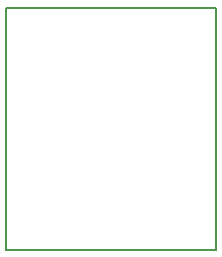
<source format=gbr>
G04 #@! TF.GenerationSoftware,KiCad,Pcbnew,(5.0.2)-1*
G04 #@! TF.CreationDate,2019-04-11T17:23:55+09:00*
G04 #@! TF.ProjectId,Phote_Big,50686f74-655f-4426-9967-2e6b69636164,rev?*
G04 #@! TF.SameCoordinates,Original*
G04 #@! TF.FileFunction,Profile,NP*
%FSLAX46Y46*%
G04 Gerber Fmt 4.6, Leading zero omitted, Abs format (unit mm)*
G04 Created by KiCad (PCBNEW (5.0.2)-1) date 2019/04/11 17:23:55*
%MOMM*%
%LPD*%
G01*
G04 APERTURE LIST*
%ADD10C,0.200000*%
G04 APERTURE END LIST*
D10*
X133250000Y-125000000D02*
X151000000Y-125000000D01*
X133250000Y-104500000D02*
X133250000Y-125000000D01*
X151000000Y-104500000D02*
X133250000Y-104500000D01*
X151000000Y-125000000D02*
X151000000Y-104500000D01*
M02*

</source>
